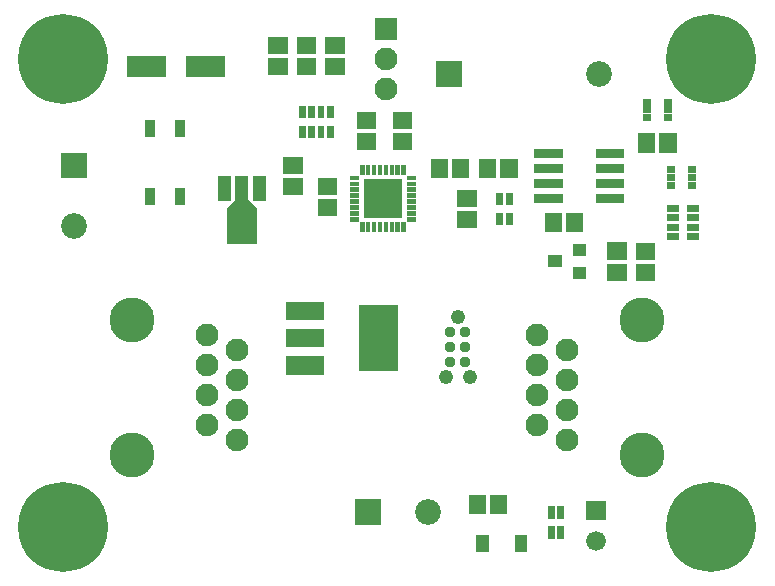
<source format=gbr>
G04 start of page 7 for group -4063 idx -4063 *
G04 Title: (unknown), componentmask *
G04 Creator: pcb 20140316 *
G04 CreationDate: Sat 17 Sep 2016 09:31:19 PM GMT UTC *
G04 For: ndholmes *
G04 Format: Gerber/RS-274X *
G04 PCB-Dimensions (mil): 2500.00 1900.00 *
G04 PCB-Coordinate-Origin: lower left *
%MOIN*%
%FSLAX25Y25*%
%LNTOPMASK*%
%ADD86R,0.1005X0.1005*%
%ADD85R,0.0438X0.0438*%
%ADD84R,0.0330X0.0330*%
%ADD83R,0.0690X0.0690*%
%ADD82R,0.1280X0.1280*%
%ADD81R,0.0620X0.0620*%
%ADD80R,0.0151X0.0151*%
%ADD79R,0.0420X0.0420*%
%ADD78R,0.0235X0.0235*%
%ADD77R,0.0227X0.0227*%
%ADD76C,0.0370*%
%ADD75R,0.0400X0.0400*%
%ADD74R,0.0572X0.0572*%
%ADD73R,0.0300X0.0300*%
%ADD72C,0.0660*%
%ADD71C,0.2997*%
%ADD70C,0.1500*%
%ADD69C,0.0860*%
%ADD68C,0.0760*%
%ADD67C,0.0001*%
%ADD66C,0.0490*%
G54D66*X148500Y87000D03*
X152500Y67000D03*
X144500D03*
G54D67*G36*
X141200Y172300D02*Y163700D01*
X149800D01*
Y172300D01*
X141200D01*
G37*
G54D68*X185000Y66000D03*
G54D69*X195500Y168000D03*
G54D68*X175000Y71000D03*
Y81000D03*
X75000Y66000D03*
X65000Y61000D03*
X75000Y56000D03*
X65000Y51000D03*
Y81000D03*
X75000Y76000D03*
X65000Y71000D03*
X75000Y46000D03*
G54D67*G36*
X114200Y26300D02*Y17700D01*
X122800D01*
Y26300D01*
X114200D01*
G37*
G54D69*X138500Y22000D03*
G54D70*X40000Y86000D03*
G54D71*X17000Y173000D03*
G54D67*G36*
X16200Y141800D02*Y133200D01*
X24800D01*
Y141800D01*
X16200D01*
G37*
G54D69*X20500Y117500D03*
G54D70*X40000Y41000D03*
G54D71*X17000Y17000D03*
G54D67*G36*
X120700Y186800D02*Y179200D01*
X128300D01*
Y186800D01*
X120700D01*
G37*
G54D68*X124500Y173000D03*
Y163000D03*
G54D71*X233000Y173000D03*
Y17000D03*
G54D68*X185000Y46000D03*
X175000Y51000D03*
X185000Y56000D03*
X175000Y61000D03*
X185000Y76000D03*
G54D70*X210000Y86000D03*
Y41000D03*
G54D67*G36*
X191200Y25800D02*Y19200D01*
X197800D01*
Y25800D01*
X191200D01*
G37*
G54D72*X194500Y12500D03*
G54D73*X196000Y126500D02*X202500D01*
X196000Y131500D02*X202500D01*
X196000Y136500D02*X202500D01*
X196000Y141500D02*X202500D01*
G54D74*X201107Y109043D02*X201893D01*
X201107Y101957D02*X201893D01*
G54D73*X175500Y141500D02*X182000D01*
X175500Y136500D02*X182000D01*
X175500Y131500D02*X182000D01*
X175500Y126500D02*X182000D01*
G54D74*X180414Y118893D02*Y118107D01*
G54D75*X180500Y105600D02*X181100D01*
G54D74*X187500Y118893D02*Y118107D01*
G54D75*X188700Y101700D02*X189300D01*
X188700Y109500D02*X189300D01*
G54D76*X146000Y82000D03*
X151000D03*
X146000Y77000D03*
X151000D03*
X146000Y72000D03*
X151000D03*
G54D74*X151107Y119457D02*X151893D01*
G54D77*X162425Y120587D02*Y118717D01*
X165575Y120587D02*Y118717D01*
G54D74*X151107Y126543D02*X151893D01*
G54D77*X165575Y127283D02*Y125413D01*
X162425Y127283D02*Y125413D01*
G54D74*X162043Y24850D02*Y24064D01*
X154957Y24850D02*Y24064D01*
X218543Y145393D02*Y144607D01*
X211457Y145393D02*Y144607D01*
G54D78*X211246Y158620D02*X211699D01*
X211246Y156060D02*X211699D01*
X211246Y153500D02*X211699D01*
X218273D02*X218726D01*
X218273Y156060D02*X218726D01*
X218273Y158620D02*X218726D01*
X219260Y136060D02*X219713D01*
X219260Y133500D02*X219713D01*
X219260Y130940D02*X219713D01*
G54D77*X219217Y123224D02*X221087D01*
X219217Y120075D02*X221087D01*
X219217Y116925D02*X221087D01*
X219217Y113776D02*X221087D01*
G54D78*X226287Y130940D02*X226740D01*
X226287Y133500D02*X226740D01*
X226287Y136060D02*X226740D01*
G54D77*X225913Y113776D02*X227783D01*
X225913Y116925D02*X227783D01*
X225913Y120075D02*X227783D01*
X225913Y123224D02*X227783D01*
G54D74*X210607Y101914D02*X211393D01*
X210607Y109000D02*X211393D01*
G54D77*X182802Y22860D02*Y20990D01*
X179652Y22860D02*Y20990D01*
Y16164D02*Y14294D01*
X182802Y16164D02*Y14294D01*
G54D79*X169500Y12100D02*Y10900D01*
X156600Y12100D02*Y10900D01*
G54D74*X158457Y136893D02*Y136107D01*
X165543Y136893D02*Y136107D01*
X142414Y136893D02*Y136107D01*
X149500Y136893D02*Y136107D01*
G54D80*X130390Y136874D02*Y135220D01*
X128421Y136874D02*Y135220D01*
X126453Y136874D02*Y135220D01*
X124484Y136874D02*Y135220D01*
X122516Y136874D02*Y135220D01*
X120547Y136874D02*Y135220D01*
X118579Y136874D02*Y135220D01*
X116610Y136874D02*Y135220D01*
G54D74*X93107Y137500D02*X93893D01*
X129607Y145457D02*X130393D01*
X129607Y152543D02*X130393D01*
X117607Y145457D02*X118393D01*
X117607Y152543D02*X118393D01*
X97607Y170500D02*X98393D01*
X97607Y177586D02*X98393D01*
X107107Y177543D02*X107893D01*
X107107Y170457D02*X107893D01*
G54D77*X106024Y156283D02*Y154413D01*
Y149587D02*Y147717D01*
X102875Y156283D02*Y154413D01*
Y149587D02*Y147717D01*
X99725Y156283D02*Y154413D01*
X96576Y156283D02*Y154413D01*
Y149587D02*Y147717D01*
X99725Y149587D02*Y147717D01*
G54D80*X113126Y133390D02*X114780D01*
X113126Y131421D02*X114780D01*
X113126Y129453D02*X114780D01*
X113126Y127484D02*X114780D01*
X113126Y125516D02*X114780D01*
G54D74*X93107Y130414D02*X93893D01*
X104607Y130543D02*X105393D01*
G54D81*X94300Y89000D02*X100900D01*
X94300Y80000D02*X100900D01*
X94300Y70900D02*X100900D01*
G54D82*X122000Y84500D02*Y75500D01*
G54D80*X113126Y123547D02*X114780D01*
X113126Y121579D02*X114780D01*
X113126Y119610D02*X114780D01*
X116610Y117780D02*Y116126D01*
G54D74*X104607Y123457D02*X105393D01*
G54D80*X118579Y117780D02*Y116126D01*
X120547Y117780D02*Y116126D01*
X122516Y117780D02*Y116126D01*
G54D67*G36*
X117097Y132902D02*Y120097D01*
X129903D01*
Y132902D01*
X117097D01*
G37*
G36*
Y120097D01*
X129903D01*
Y132902D01*
X117097D01*
G37*
G54D80*X124484Y117780D02*Y116126D01*
X126453Y117780D02*Y116126D01*
X128421Y117780D02*Y116126D01*
X130390Y117780D02*Y116126D01*
X132220Y119610D02*X133874D01*
X132220Y121579D02*X133874D01*
X132220Y123547D02*X133874D01*
X132220Y125516D02*X133874D01*
X132220Y127484D02*X133874D01*
X132220Y129453D02*X133874D01*
X132220Y131421D02*X133874D01*
X132220Y133390D02*X133874D01*
G54D74*X88107Y177543D02*X88893D01*
X88107Y170457D02*X88893D01*
G54D83*X61193Y170500D02*X67492D01*
X41508D02*X47807D01*
G54D84*X56000Y150950D02*Y148550D01*
X46000Y150950D02*Y148550D01*
Y128450D02*Y126050D01*
X56000Y128450D02*Y126050D01*
G54D85*X82406Y131905D02*Y127811D01*
X76500Y131905D02*Y120095D01*
G54D86*Y118361D02*Y116471D01*
G54D67*G36*
X78385Y126350D02*X81649Y123086D01*
X79805Y121242D01*
X76541Y124506D01*
X78385Y126350D01*
G37*
G36*
X71351Y123086D02*X74615Y126350D01*
X76459Y124506D01*
X73195Y121242D01*
X71351Y123086D01*
G37*
G54D85*X70594Y131905D02*Y127811D01*
M02*

</source>
